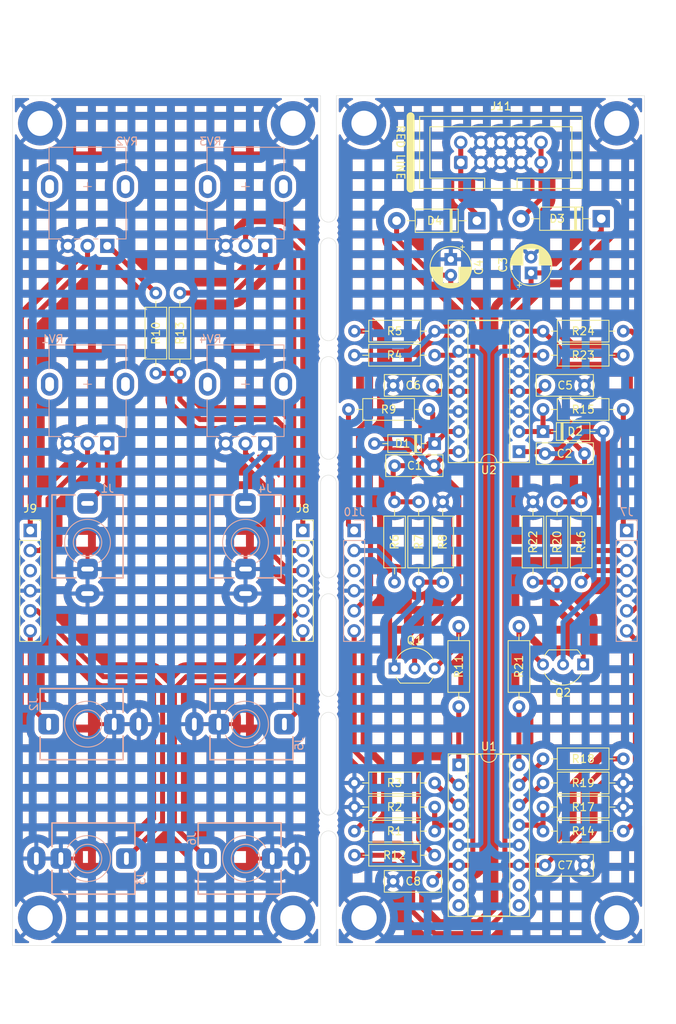
<source format=kicad_pcb>
(kicad_pcb (version 20221018) (generator pcbnew)
  (title_block (comment 2 "creativecommons.org/licenses/by/4.0") (comment 3 "License: CC BY 4.0") (comment 4 "Author: Guy John"))
  (layers (0 "F.Cu" signal) (31 "B.Cu" signal) (36 "B.SilkS" user "B.Silkscreen") (37 "F.SilkS" user "F.Silkscreen") (38 "B.Mask" user) (39 "F.Mask" user) (44 "Edge.Cuts" user))
  (net 0 "")
  (net 1 "Net-(D1-K)")
  (net 2 "Net-(D1-A)")
  (net 3 "Net-(D2-K)")
  (net 4 "Net-(D2-A)")
  (net 5 "VCC")
  (net 6 "GND")
  (net 7 "VEE")
  (net 8 "Net-(J1-Tip)")
  (net 9 "/AUDIO_INPUT_2_CTRL")
  (net 10 "/AUDIO_OUTPUT_2_CTRL")
  (net 11 "Net-(J4-Tip)")
  (net 12 "/AUDIO_INPUT_1_CTRL")
  (net 13 "/AUDIO_OUTPUT_1_CTRL")
  (net 14 "Net-(Q1-E)")
  (net 15 "Net-(Q1-C)")
  (net 16 "Net-(Q2-E)")
  (net 17 "Net-(Q2-C)")
  (net 18 "Net-(U1C--)")
  (net 19 "/AUDIO_INPUT_2_MAIN")
  (net 20 "Net-(U1C-+)")
  (net 21 "Net-(R4-Pad1)")
  (net 22 "Net-(U2C--)")
  (net 23 "/AUDIO_OUTPUT_2_MAIN")
  (net 24 "/GAIN_CV_2_MAIN")
  (net 25 "/GAIN_MANUAL_2_MAIN")
  (net 26 "Net-(R10-Pad2)")
  (net 27 "Net-(R11-Pad1)")
  (net 28 "Net-(U1C-DIODE_BIAS)")
  (net 29 "Net-(R13-Pad2)")
  (net 30 "Net-(U1A--)")
  (net 31 "/AUDIO_INPUT_1_MAIN")
  (net 32 "/GAIN_MANUAL_1_MAIN")
  (net 33 "/GAIN_CV_1_MAIN")
  (net 34 "Net-(U1A-DIODE_BIAS)")
  (net 35 "Net-(U1A-+)")
  (net 36 "Net-(R21-Pad1)")
  (net 37 "Net-(R23-Pad1)")
  (net 38 "/AUDIO_OUTPUT_1_MAIN")
  (net 39 "/GAIN_CV_2_CTRL")
  (net 40 "/GAIN_MANUAL_2_CTRL")
  (net 41 "/GAIN_MANUAL_1_CTRL")
  (net 42 "/GAIN_CV_1_CTRL")
  (net 47 "Net-(U2B--)")
  (net 48 "Net-(D4-K)")
  (net 49 "Net-(D3-A)")
  (footprint "Panelization:mouse-bite-2mm-slot" (layer "F.Cu") (at 110.5 99 90)
    (fp_text reference "mouse-bite-2mm-slot" hide)
    (fp_text value "VAL**" hide)
    (fp_arc (start -2 -1) (mid -1 0) (end -2 1) (stroke (width 0.05)) (layer "Edge.Cuts"))
    (fp_arc (start 2 1) (mid 1 0) (end 2 -1) (stroke (width 0.05)) (layer "Edge.Cuts"))
  )
  (footprint "Rumblesan_Standard_Parts:R_Axial_DIN0207_L6.3mm_D2.5mm_P10.16mm_Horizontal" (layer "F.Cu") (at 123.944 138.938 180)
    (fp_text reference "R3")
    (fp_text value "470r")
  )
  (footprint "Rumblesan_Standard_Parts:R_Axial_DIN0207_L6.3mm_D2.5mm_P10.16mm_Horizontal" (layer "F.Cu") (at 137.66 141.986)
    (fp_text reference "R17")
    (fp_text value "470r")
  )
  (footprint "Rumblesan_Standard_Parts:R_Axial_DIN0207_L6.3mm_D2.5mm_P10.16mm_Horizontal" (layer "F.Cu") (at 124.96 103.378 -90)
    (fp_text reference "R8")
    (fp_text value "100k")
  )
  (footprint "Rumblesan_Standard_Parts:R_Axial_DIN0207_L6.3mm_D2.5mm_P10.16mm_Horizontal" (layer "F.Cu") (at 91.694 87.122 90)
    (fp_text reference "R13")
    (fp_text value "470r")
  )
  (footprint "MountingHole:MountingHole_3.2mm_M3_DIN965_Pad" (layer "F.Cu") (at 115 156)
    (fp_text reference "H7" hide)
    (fp_text value "MountingHole_Pad" hide)
  )
  (footprint "MountingHole:MountingHole_3.2mm_M3_DIN965_Pad" (layer "F.Cu") (at 106 156)
    (fp_text reference "H6" hide)
    (fp_text value "MountingHole_Pad" hide)
  )
  (footprint "Rumblesan_Standard_Parts:R_Axial_DIN0207_L6.3mm_D2.5mm_P10.16mm_Horizontal" (layer "F.Cu") (at 113.792 148.082)
    (fp_text reference "R12")
    (fp_text value "10k")
  )
  (footprint "Rumblesan_Standard_Parts:R_Axial_DIN0207_L6.3mm_D2.5mm_P10.16mm_Horizontal" (layer "F.Cu") (at 147.82 135.89 180)
    (fp_text reference "R18")
    (fp_text value "10k")
  )
  (footprint "Rumblesan_Standard_Parts:DIP-14_W7.62mm_Socket" (layer "F.Cu") (at 134.612 97.028 180)
    (fp_text reference "U2")
    (fp_text value "TL074")
  )
  (footprint "Rumblesan_Standard_Parts:R_Axial_DIN0207_L6.3mm_D2.5mm_P10.16mm_Horizontal" (layer "F.Cu") (at 88.646 87.122 90)
    (fp_text reference "R10")
    (fp_text value "470r")
  )
  (footprint "MountingHole:MountingHole_3.2mm_M3_DIN965_Pad" (layer "F.Cu") (at 147 55.5)
    (fp_text reference "H1" hide)
    (fp_text value "MountingHole_Pad" hide)
  )
  (footprint "Rumblesan_Standard_Parts:C_Rect_L7.0mm_W2.5mm_P5.00mm" (layer "F.Cu") (at 137.914 88.646)
    (fp_text reference "C5")
    (fp_text value "100nF")
  )
  (footprint "MountingHole:MountingHole_3.2mm_M3_DIN965_Pad" (layer "F.Cu") (at 115 55.5)
    (fp_text reference "H3" hide)
    (fp_text value "MountingHole_Pad" hide)
  )
  (footprint "Diode_THT:D_DO-41_SOD81_P10.16mm_Horizontal" (layer "F.Cu") (at 129.286 67.818 180)
    (fp_text reference "D4")
    (fp_text value "1N5818")
  )
  (footprint "Panelization:mouse-bite-2mm-slot" (layer "F.Cu") (at 110.5 114 90)
    (fp_text reference "mouse-bite-2mm-slot" hide)
    (fp_text value "VAL**" hide)
    (fp_arc (start -2 -1) (mid -1 0) (end -2 1) (stroke (width 0.05)) (layer "Edge.Cuts"))
    (fp_arc (start 2 1) (mid 1 0) (end 2 -1) (stroke (width 0.05)) (layer "Edge.Cuts"))
  )
  (footprint "Rumblesan_Standard_Parts:R_Axial_DIN0207_L6.3mm_D2.5mm_P10.16mm_Horizontal" (layer "F.Cu") (at 123.944 145.034 180)
    (fp_text reference "R1")
    (fp_text value "100k")
  )
  (footprint "Rumblesan_Standard_Parts:C_Rect_L7.0mm_W2.5mm_P5.00mm" (layer "F.Cu") (at 118.69 88.646)
    (fp_text reference "C6")
    (fp_text value "100nF")
  )
  (footprint "Rumblesan_Standard_Parts:R_Axial_DIN0207_L6.3mm_D2.5mm_P10.16mm_Horizontal" (layer "F.Cu") (at 123.944 141.986 180)
    (fp_text reference "R2")
    (fp_text value "470r")
  )
  (footprint "Rumblesan_Standard_Parts:R_Axial_DIN0207_L6.3mm_D2.5mm_P10.16mm_Horizontal" (layer "F.Cu") (at 136.39 103.378 -90)
    (fp_text reference "R22")
    (fp_text value "100k")
  )
  (footprint "Package_TO_SOT_THT:TO-92_Inline_Wide" (layer "F.Cu") (at 118.864 124.46)
    (fp_text reference "Q1")
    (fp_text value "2N3906")
  )
  (footprint "MountingHole:MountingHole_3.2mm_M3_DIN965_Pad" (layer "F.Cu") (at 74 55.5)
    (fp_text reference "H4" hide)
    (fp_text value "MountingHole_Pad" hide)
  )
  (footprint "MountingHole:MountingHole_3.2mm_M3_DIN965_Pad" (layer "F.Cu") (at 147 156)
    (fp_text reference "H5" hide)
    (fp_text value "MountingHole_Pad" hide)
  )
  (footprint "Rumblesan_Standard_Parts:R_Axial_DIN0207_L6.3mm_D2.5mm_P10.16mm_Horizontal" (layer "F.Cu") (at 137.66 145.034)
    (fp_text reference "R14")
    (fp_text value "100k")
  )
  (footprint "Rumblesan_Standard_Parts:R_Axial_DIN0207_L6.3mm_D2.5mm_P10.16mm_Horizontal" (layer "F.Cu") (at 134.612 129.286 90)
    (fp_text reference "R21")
    (fp_text value "6k8")
  )
  (footprint "Rumblesan_Standard_Parts:R_Axial_DIN0207_L6.3mm_D2.5mm_P10.16mm_Horizontal" (layer "F.Cu") (at 126.992 129.286 90)
    (fp_text reference "R11")
    (fp_text value "6k8")
  )
  (footprint "Rumblesan_Standard_Parts:DIP-16_W7.62mm_Socket" (layer "F.Cu") (at 126.992 136.652)
    (fp_text reference "U1")
    (fp_text value "LM13700")
  )
  (footprint "Rumblesan_Standard_Parts:R_Axial_DIN0207_L6.3mm_D2.5mm_P10.16mm_Horizontal" (layer "F.Cu") (at 118.864 103.378 -90)
    (fp_text reference "R6")
    (fp_text value "100k")
  )
  (footprint "Panelization:mouse-bite-2mm-slot" (layer "F.Cu") (at 110.5 69 90)
    (fp_text reference "mouse-bite-2mm-slot" hide)
    (fp_text value "VAL**" hide)
    (fp_arc (start -2 -1) (mid -1 0) (end -2 1) (stroke (width 0.05)) (layer "Edge.Cuts"))
    (fp_arc (start 2 1) (mid 1 0) (end 2 -1) (stroke (width 0.05)) (layer "Edge.Cuts"))
  )
  (footprint "Rumblesan_Standard_Parts:C_Rect_L7.0mm_W2.5mm_P5.00mm" (layer "F.Cu") (at 118.69 151.384)
    (fp_text reference "C8")
    (fp_text value "100nF")
  )
  (footprint "MountingHole:MountingHole_3.2mm_M3_DIN965_Pad" (layer "F.Cu") (at 106 55.5)
    (fp_text reference "H2" hide)
    (fp_text value "MountingHole_Pad" hide)
  )
  (footprint "Rumblesan_Standard_Parts:R_Axial_DIN0207_L6.3mm_D2.5mm_P10.16mm_Horizontal" (layer "F.Cu") (at 139.438 113.538 90)
    (fp_text reference "R20")
    (fp_text value "100k")
  )
  (footprint "Package_TO_SOT_THT:TO-92_Inline_Wide" (layer "F.Cu") (at 142.74 123.952 180)
    (fp_text reference "Q2")
    (fp_text value "2N3906")
  )
  (footprint "Connector_PinSocket_2.54mm:PinSocket_1x06_P2.54mm_Vertical" (layer "F.Cu") (at 72.75 107)
    (fp_text reference "J9")
    (fp_text value "Conn_01x06_Socket" hide)
  )
  (footprint "Rumblesan_Standard_Parts:R_Axial_DIN0207_L6.3mm_D2.5mm_P10.16mm_Horizontal" (layer "F.Cu") (at 123.19 91.694 180)
    (fp_text reference "R9")
    (fp_text value "100k")
  )
  (footprint "Rumblesan_Standard_Parts:CP_Radial_D5.0mm_P2.00mm" (layer "F.Cu") (at 136.144 74.422 90)
    (fp_text reference "C3")
    (fp_text value "10uF")
  )
  (footprint "Rumblesan_Standard_Parts:R_Axial_DIN0207_L6.3mm_D2.5mm_P10.16mm_Horizontal" (layer "F.Cu") (at 137.66 91.694)
    (fp_text reference "R15")
    (fp_text value "100k")
  )
  (footprint "Rumblesan_Standard_Parts:R_Axial_DIN0207_L6.3mm_D2.5mm_P10.16mm_Horizontal" (layer "F.Cu") (at 121.912 113.538 90)
    (fp_text reference "R7")
    (fp_text value "100k")
  )
  (footprint "Rumblesan_Standard_Parts:R_Axial_DIN0207_L6.3mm_D2.5mm_P10.16mm_Horizontal" (layer "F.Cu") (at 113.792 81.788)
    (fp_text reference "R5")
    (fp_text value "1k")
  )
  (footprint "Eurorack_Power:Eurorack_PowerHeader_2x05_P2.54mm_Shrouded" (layer "F.Cu") (at 127.246 60.452 90)
    (fp_text reference "J11")
    (fp_text value "Eurorack Power Small")
  )
  (footprint "Diode_THT:D_DO-35_SOD27_P7.62mm_Horizontal" (layer "F.Cu") (at 123.944 96.012 180)
    (fp_text reference "D1")
    (fp_text value "1N4148")
  )
  (footprint "Rumblesan_Standard_Parts:R_Axial_DIN0207_L6.3mm_D2.5mm_P10.16mm_Horizontal" (layer "F.Cu") (at 147.82 84.836 180)
    (fp_text reference "R23")
    (fp_text value "18k")
  )
  (footprint "Panelization:mouse-bite-2mm-slot" (layer "F.Cu") (at 110.5 144 90)
    (fp_text reference "mouse-bite-2mm-slot" hide)
    (fp_text value "VAL**" hide)
    (fp_arc (start -2 -1) (mid -1 0) (end -2 1) (stroke (width 0.05)) (layer "Edge.Cuts"))
    (fp_arc (start 2 1) (mid 1 0) (end 2 -1) (stroke (width 0.05)) (layer "Edge.Cuts"))
  )
  (footprint "Rumblesan_Standard_Parts:C_Rect_L7.0mm_W2.5mm_P5.00mm" (layer "F.Cu") (at 118.872 98.806)
    (fp_text reference "C1")
    (fp_text value "1nF")
  )
  (footprint "MountingHole:MountingHole_3.2mm_M3_DIN965_Pad" (layer "F.Cu") (at 74 156)
    (fp_text reference "H8" hide)
    (fp_text value "MountingHole_Pad" hide)
  )
  (footprint "Diode_THT:D_DO-35_SOD27_P7.62mm_Horizontal" (layer "F.Cu") (at 137.66 94.488)
    (fp_text reference "D2")
    (fp_text value "1N4148")
  )
  (footprint "Panelization:mouse-bite-2mm-slot" (layer "F.Cu") (at 110.5 129 90)
    (fp_text reference "mouse-bite-2mm-slot" hide)
    (fp_text value "VAL**" hide)
    (fp_arc (start -2 -1) (mid -1 0) (end -2 1) (stroke (width 0.05)) (layer "Edge.Cuts"))
    (fp_arc (start 2 1) (mid 1 0) (end 2 -1) (stroke (width 0.05)) (layer "Edge.Cuts"))
  )
  (footprint "Rumblesan_Standard_Parts:C_Rect_L7.0mm_W2.5mm_P5.00mm" (layer "F.Cu") (at 142.914 97.282 180)
    (fp_text reference "C2")
    (fp_text value "1nF")
  )
  (footprint "Rumblesan_Standard_Parts:R_Axial_DIN0207_L6.3mm_D2.5mm_P10.16mm_Horizontal" (layer "F.Cu") (at 137.66 138.938)
    (fp_text reference "R19")
    (fp_text value "470r")
  )
  (footprint "Connector_PinSocket_2.54mm:PinSocket_1x06_P2.54mm_Vertical" (layer "F.Cu") (at 107.25 107)
    (fp_text reference "J8")
    (fp_text value "Conn_01x06_Socket" hide)
  )
  (footprint "Panelization:mouse-bite-2mm-slot" (layer "F.Cu") (at 110.5 84 90)
    (fp_text reference "mouse-bite-2mm-slot" hide)
    (fp_text value "VAL**" hide)
    (fp_arc (start -2 -1) (mid -1 0) (end -2 1) (stroke (width 0.05)) (layer "Edge.Cuts"))
    (fp_arc (start 2 1) (mid 1 0) (end 2 -1) (stroke (width 0.05)) (layer "Edge.Cuts"))
  )
  (footprint "Rumblesan_Standard_Parts:C_Rect_L7.0mm_W2.5mm_P5.00mm" (layer "F.Cu") (at 137.914 149.352)
    (fp_text reference "C7")
    (fp_text value "100nF")
  )
  (footprint "Rumblesan_Standard_Parts:CP_Radial_D5.0mm_P2.00mm" (layer "F.Cu") (at 125.984 72.704888 -90)
    (fp_text reference "C4")
    (fp_text value "10uF")
  )
  (footprint "Diode_THT:D_DO-41_SOD81_P10.16mm_Horizontal" (layer "F.Cu") (at 145.034 67.564 180)
    (fp_text reference "D3")
    (fp_text value "1N5818")
  )
  (footprint "Rumblesan_Standard_Parts:R_Axial_DIN0207_L6.3mm_D2.5mm_P10.16mm_Horizontal" (layer "F.Cu") (at 147.82 81.788 180)
    (fp_text reference "R24")
    (fp_text value "1k")
  )
  (footprint "Rumblesan_Standard_Parts:R_Axial_DIN0207_L6.3mm_D2.5mm_P10.16mm_Horizontal" (layer "F.Cu") (at 142.486 103.378 -90)
    (fp_text reference "R16")
    (fp_text value "100k")
  )
  (footprint "Rumblesan_Standard_Parts:R_Axial_DIN0207_L6.3mm_D2.5mm_P10.16mm_Horizontal" (layer "F.Cu") (at 113.784 84.836)
    (fp_text reference "R4")
    (fp_text value "18k")
  )
  (footprint "Rumblesan_Standard_Parts:Jack_3.5mm_QingPu_WQP-PJ398SM_Vertical" (layer "B.Cu") (at 80 108.5 180)
    (fp_text reference "J1")
    (fp_text value "Eurorack Mono Jack" hide)
  )
  (footprint "Rumblesan_Standard_Parts:Potentiometer_Alpha_RD901F-40-00D_Single_Vertical" (layer "B.Cu") (at 100 63.5 180)
    (fp_text reference "RV3")
    (fp_text value "100k" hide)
  )
  (footprint "Rumblesan_Standard_Parts:Potentiometer_Alpha_RD901F-40-00D_Single_Vertical" (layer "B.Cu") (at 80 88.5 180)
    (fp_text reference "RV1")
    (fp_text value "100k" hide)
  )
  (footprint "Rumblesan_Standard_Parts:Potentiometer_Alpha_RD901F-40-00D_Single_Vertical" (layer "B.Cu") (at 100 88.5 180)
    (fp_text reference "RV4")
    (fp_text value "100k" hide)
  )
  (footprint "Rumblesan_Standard_Parts:Jack_3.5mm_QingPu_WQP-PJ398SM_Vertical" (layer "B.Cu") (at 100 108.5 180)
    (fp_text reference "J4")
    (fp_text value "Eurorack Mono Jack" hide)
  )
  (footprint "Rumblesan_Standard_Parts:Jack_3.5mm_QingPu_WQP-PJ398SM_Vertical" (layer "B.Cu") (at 80 131.5 -90)
    (fp_text reference "J2")
    (fp_text value "Eurorack Mono Jack" hide)
  )
  (footprint "Rumblesan_Standard_Parts:Potentiometer_Alpha_RD901F-40-00D_Single_Vertical" (layer "B.Cu") (at 80 63.5 180)
    (fp_text reference "RV2")
    (fp_text value "100k" hide)
  )
  (footprint "Connector_PinHeader_2.54mm:PinHeader_1x06_P2.54mm_Vertical" (layer "B.Cu") (at 148.25 107 180)
    (fp_text reference "J7")
    (fp_text value "Conn_01x06_Pin")
  )
  (footprint "Connector_PinHeader_2.54mm:PinHeader_1x06_P2.54mm_Vertical" (layer "B.Cu") (at 113.75 107 180)
    (fp_text reference "J10")
    (fp_text value "Conn_01x06_Pin" hide)
  )
  (footprint "Rumblesan_Standard_Parts:Jack_3.5mm_QingPu_WQP-PJ398SM_Vertical" (layer "B.Cu") (at 100 148.5 -90)
    (fp_text reference "J6")
    (fp_text value "Eurorack Mono Jack" hide)
  )
  (footprint "Rumblesan_Standard_Parts:Jack_3.5mm_QingPu_WQP-PJ398SM_Vertical" (layer "B.Cu") (at 80 148.5 90)
    (fp_text reference "J3")
    (fp_text value "Eurorack Mono Jack" hide)
  )
  (footprint "Rumblesan_Standard_Parts:Jack_3.5mm_QingPu_WQP-PJ398SM_Vertical" (layer "B.Cu") (at 100 131.5 90)
    (fp_text reference "J5")
    (fp_text value "Eurorack Mono Jack" hide)
  )
  (gr_line (start 109.5 116) (end 109.5 127) (stroke (width 0.05)) (layer "Edge.Cuts"))
  (gr_line (start 70.5 159.5) (end 109.5 159.5) (stroke (width 0.05)) (layer "Edge.Cuts"))
  (gr_line (start 109.5 52) (end 70.5 52) (stroke (width 0.05)) (layer "Edge.Cuts"))
  (gr_line (start 111.5 142) (end 111.5 131) (stroke (width 0.05)) (layer "Edge.Cuts"))
  (gr_line (start 150.5 52) (end 111.5 52) (stroke (width 0.05)) (layer "Edge.Cuts"))
  (gr_line (start 111.5 127) (end 111.5 116) (stroke (width 0.05)) (layer "Edge.Cuts"))
  (gr_line (start 111.5 146) (end 111.5 159.5) (stroke (width 0.05)) (layer "Edge.Cuts"))
  (gr_line (start 109.5 52) (end 109.5 67) (stroke (width 0.05)) (layer "Edge.Cuts"))
  (gr_line (start 111.5 159.5) (end 150.5 159.5) (stroke (width 0.05)) (layer "Edge.Cuts"))
  (gr_line (start 150.5 52) (end 150.5 159.5) (stroke (width 0.05)) (layer "Edge.Cuts"))
  (gr_line (start 109.5 101) (end 109.5 112) (stroke (width 0.05)) (layer "Edge.Cuts"))
  (gr_line (start 109.5 86) (end 109.5 97) (stroke (width 0.05)) (layer "Edge.Cuts"))
  (gr_line (start 111.5 112) (end 111.5 101) (stroke (width 0.05)) (layer "Edge.Cuts"))
  (gr_line (start 109.5 146) (end 109.5 159.5) (stroke (width 0.05)) (layer "Edge.Cuts"))
  (gr_line (start 111.5 97) (end 111.5 86) (stroke (width 0.05)) (layer "Edge.Cuts"))
  (gr_line (start 111.5 67) (end 111.5 52) (stroke (width 0.05)) (layer "Edge.Cuts"))
  (gr_line (start 109.5 71) (end 109.5 82) (stroke (width 0.05)) (layer "Edge.Cuts"))
  (gr_line (start 70.5 52) (end 70.5 159.5) (stroke (width 0.05)) (layer "Edge.Cuts"))
  (gr_line (start 109.5 131) (end 109.5 142) (stroke (width 0.05)) (layer "Edge.Cuts"))
  (gr_line (start 111.5 71) (end 111.5 82) (stroke (width 0.05)) (layer "Edge.Cuts"))
  (segment (start 118.872 98.806) (end 118.69 98.988) (width 0.635) (layer "F.Cu") (net 1))
  (segment (start 123.19 96.012) (end 120.396 98.806) (width 0.635) (layer "F.Cu") (net 1))
  (segment (start 125.468 94.488) (end 126.992 94.488) (width 0.635) (layer "F.Cu") (net 1))
  (segment (start 123.944 96.012) (end 123.19 96.012) (width 0.635) (layer "F.Cu") (net 1))
  (segment (start 123.698 92.202) (end 123.698 95.766) (width 0.635) (layer "F.Cu") (net 1))
  (segment (start 120.396 98.806) (end 118.872 98.806) (width 0.635) (layer "F.Cu") (net 1))
  (segment (start 118.69 98.988) (end 118.69 103.204) (width 0.635) (layer "F.Cu") (net 1))
  (segment (start 123.698 95.766) (end 123.944 96.012) (width 0.635) (layer "F.Cu") (net 1))
  (segment (start 118.864 103.378) (end 121.912 103.378) (width 0.635) (layer "F.Cu") (net 1))
  (segment (start 123.19 91.694) (end 123.698 92.202) (width 0.635) (layer "F.Cu") (net 1))
  (segment (start 123.944 96.012) (end 125.468 94.488) (width 0.635) (layer "F.Cu") (net 1))
  (segment (start 118.69 103.204) (end 118.864 103.378) (width 0.635) (layer "F.Cu") (net 1))
  (segment (start 127 101.934) (end 127 115.57) (width 0.635) (layer "F.Cu") (net 2))
  (segment (start 125.65 97.028) (end 123.872 98.806) (width 0.635) (layer "F.Cu") (net 2))
  (segment (start 127 115.57) (end 121.404 121.166) (width 0.635) (layer "F.Cu") (net 2))
  (segment (start 123.872 98.806) (end 127 101.934) (width 0.635) (layer "F.Cu") (net 2))
  (segment (start 121.404 121.166) (end 121.404 124.46) (width 0.635) (layer "F.Cu") (net 2))
  (segment (start 126.992 97.028) (end 125.65 97.028) (width 0.635) (layer "F.Cu") (net 2))
  (segment (start 123.436 98.806) (end 123.872 98.806) (width 0.635) (layer "B.Cu") (net 2))
  (segment (start 120.642 96.012) (end 123.436 98.806) (width 0.635) (layer "B.Cu") (net 2))
  (segment (start 116.324 96.012) (end 120.642 96.012) (width 0.635) (layer "B.Cu") (net 2))
  (segment (start 134.612 94.488) (end 137.66 94.488) (width 0.635) (layer "F.Cu") (net 3))
  (segment (start 140.12 94.488) (end 142.914 97.282) (width 0.635) (layer "F.Cu") (net 3))
  (segment (start 142.486 103.378) (end 139.438 103.378) (width 0.635) (layer "F.Cu") (net 3))
  (segment (start 137.66 91.694) (end 137.66 94.488) (width 0.635) (layer "F.Cu") (net 3))
  (segment (start 142.914 102.95) (end 142.486 103.378) (width 0.635) (layer "F.Cu") (net 3))
  (segment (start 137.66 94.488) (end 140.12 94.488) (width 0.635) (layer "F.Cu") (net 3))
  (segment (start 142.914 97.282) (end 142.914 102.95) (width 0.635) (layer "F.Cu") (net 3))
  (segment (start 134.612 97.028) (end 137.66 97.028) (width 0.635) (layer "F.Cu") (net 4))
  (segment (start 137.66 97.028) (end 137.914 97.282) (width 0.635) (layer "F.Cu") (net 4))
  (segment (start 139.946 97.282) (end 137.914 97.282) (width 0.635) (layer "B.Cu") (net 4))
  (segment (start 145.28 94.488) (end 142.74 94.488) (width 0.635) (layer "B.Cu") (net 4))
  (segment (start 145.28 94.488) (end 145.28 113.538) (width 0.635) (layer "B.Cu") (net 4))
  (segment (start 145.28 113.538) (end 140.2 118.618) (width 0.635) (layer "B.Cu") (net 4))
  (segment (start 140.2 118.618) (end 140.2 123.952) (width 0.635) (layer "B.Cu") (net 4))
  (segment (start 142.74 94.488) (end 139.946 97.282) (width 0.635) (layer "B.Cu") (net 4))
  (segment (start 132.834 79.248) (end 136.144 75.938) (width 0.635) (layer "F.Cu") (net 5))
  (segment (start 121.158 155.194) (end 123.952 157.988) (width 0.635) (layer "F.Cu") (net 5))
  (segment (start 142.74 139.7) (end 146.55 135.89) (width 0.635) (layer "F.Cu") (net 5))
  (segment (start 137.152 89.408) (end 137.914 88.646) (width 0.635) (layer "F.Cu") (net 5))
  (segment (start 105.73 109.54) (end 105.156 108.966) (width 0.635) (layer "F.Cu") (net 5))
  (segment (start 119.38 148.082) (end 121.158 149.86) (width 0.635) (layer "F.Cu") (net 5))
  (segment (start 132.834 89.408) (end 134.612 89.408) (width 0.635) (layer "F.Cu") (net 5))
  (segment (start 146.55 135.89) (end 147.82 135.89) (width 0.635) (layer "F.Cu") (net 5))
  (segment (start 142.74 144.526) (end 142.74 139.7) (width 0.635) (layer "F.Cu") (net 5))
  (segment (start 132.834 149.352) (end 134.612 149.352) (width 0.635) (layer "F.Cu") (net 5))
  (segment (start 107.25 109.54) (end 105.73 109.54) (width 0.635) (layer "F.Cu") (net 5))
  (segment (start 132.834 88.9) (end 132.834 89.408) (width 0.635) (layer "F.Cu") (net 5))
  (segment (start 145.034 69.088) (end 139.7 74.422) (width 0.635) (layer "F.Cu") (net 5))
  (segment (start 88.646 87.122) (end 91.694 87.122) (width 0.635) (layer "F.Cu") (net 5))
  (segment (start 105.156 94.234) (end 103.886 92.964) (width 0.635) (layer "F.Cu") (net 5))
  (segment (start 113.792 148.082) (end 119.38 148.082) (width 0.635) (layer "F.Cu") (net 5))
  (segment (start 132.834 88.9) (end 132.834 109.474) (width 0.635) (layer "F.Cu") (net 5))
  (segment (start 134.612 149.352) (end 137.914 149.352) (width 0.635) (layer "F.Cu") (net 5))
  (segment (start 103.886 92.964) (end 94.234 92.964) (width 0.635) (layer "F.Cu") (net 5))
  (segment (start 105.156 108.966) (end 105.156 94.234) (width 0.635) (layer "F.Cu") (net 5))
  (segment (start 132.834 109.474) (end 132.834 149.352) (width 0.635) (layer "F.Cu") (net 5))
  (segment (start 94.234 92.964) (end 91.694 90.424) (width 0.635) (layer "F.Cu") (net 5))
  (segment (start 148.25 109.54) (end 132.9 109.54) (width 0.635) (layer "F.Cu") (net 5))
  (segment (start 121.158 149.86) (end 121.158 155.194) (width 0.635) (layer "F.Cu") (net 5))
  (segment (start 132.834 79.248) (end 132.834 88.9) (width 0.635) (layer "F.Cu") (net 5))
  (segment (start 132.9 109.54) (end 132.834 109.474) (width 0.635) (layer "F.Cu") (net 5))
  (segment (start 91.694 90.424) (end 91.694 87.122) (width 0.635) (layer "F.Cu") (net 5))
  (segment (start 132.834 155.202) (end 132.834 149.352) (width 0.635) (layer "F.Cu") (net 5))
  (segment (start 137.914 149.352) (end 142.74 144.526) (width 0.635) (layer "F.Cu") (net 5))
  (segment (start 139.7 74.422) (end 136.144 74.422) (width 0.635) (layer "F.Cu") (net 5))
  (segment (start 145.034 67.564) (end 145.034 69.088) (width 0.635) (layer "F.Cu") (net 5))
  (segment (start 134.612 89.408) (end 137.152 89.408) (width 0.635) (layer "F.Cu") (net 5))
  (segment (start 136.144 75.938) (end 136.144 74.422) (width 0.635) (layer "F.Cu") (net 5))
  (segment (start 123.952 157.988) (end 130.048 157.988) (width 0.635) (layer "F.Cu") (net 5))
  (segment (start 130.048 157.988) (end 132.834 155.202) (width 0.635) (layer "F.Cu") (net 5))
  (segment (start 128.77 88.646) (end 128.77 149.098) (width 0.635) (layer "F.Cu") (net 7))
  (segment (start 128.77 88.646) (end 128.77 89.408) (width 0.635) (layer "F.Cu") (net 7))
  (segment (start 128.77 79.248) (end 128.77 88.646) (width 0.635) (layer "F.Cu") (net 7))
  (segment (start 128.516 149.352) (end 126.992 149.352) (width 0.635) (layer "F.Cu") (net 7))
  (segment (start 126.992 149.352) (end 125.722 149.352) (width 0.635) (layer "F.Cu") (net 7))
  (segment (start 126.992 89.408) (end 124.452 89.408) (width 0.635) (layer "F.Cu") (net 7))
  (segment (start 125.722 149.352) (end 123.69 151.384) (width 0.635) (layer "F.Cu") (net 7))
  (segment (start 124.452 89.408) (end 123.69 88.646) (width 0.635) (layer "F.Cu") (net 7))
  (segment (start 119.126 70.104) (end 123.726888 74.704888) (width 0.635) (layer "F.Cu") (net 7))
  (segment (start 125.984 76.462) (end 128.77 79.248) (width 0.635) (layer "F.Cu") (net 7))
  (segment (start 119.126 67.818) (end 119.126 70.104) (width 0.635) (layer "F.Cu") (net 7))
  (segment (start 128.77 89.408) (end 126.992 89.408) (width 0.635) (layer "F.Cu") (net 7))
  (segment (start 125.984 74.704888) (end 125.984 76.462) (width 0.635) (layer "F.Cu") (net 7))
  (segment (start 128.77 149.098) (end 128.516 149.352) (width 0.635) (layer "F.Cu") (net 7))
  (segment (start 123.726888 74.704888) (end 125.984 74.704888) (width 0.635) (layer "F.Cu") (net 7))
  (segment (start 82.5 101.08) (end 82.5 96) (width 0.635) (layer "F.Cu") (net 8))
  (segment (start 80 103.58) (end 82.5 101.08) (width 0.635) (layer "F.Cu") (net 8))
  (segment (start 72.75 119.7) (end 72.75 129.17) (width 0.635) (layer "F.Cu") (net 9))
  (segment (start 72.75 129.17) (end 75.08 131.5) (width 0.635) (layer "F.Cu") (net 9))
  (segment (start 89.5 127) (end 89.5 143.92) (width 0.635) (layer "F.Cu") (net 10))
  (segment (start 89.5 143.92) (end 84.92 148.5) (width 0.635) (layer "F.Cu") (net 10))
  (segment (start 72.75 117.16) (end 73.66 117.16) (width 0.635) (layer "F.Cu") (net 10))
  (segment (start 88 125.5) (end 89.5 127) (width 0.635) (layer "F.Cu") (net 10))
  (segment (start 82 125.5) (end 88 125.5) (width 0.635) (layer "F.Cu") (net 10))
  (segment (start 73.66 117.16) (end 82 125.5) (width 0.635) (layer "F.Cu") (net 10))
  (segment (start 100 99.644) (end 102.5 97.144) (width 0.635) (layer "B.Cu") (net 11))
  (segment (start 100 103.58) (end 100 99.644) (width 0.635) (layer "B.Cu") (net 11))
  (segment (start 102.5 97.144) (end 102.5 96) (width 0.635) (layer "B.Cu") (net 11))
  (segment (start 107.25 119.7) (end 107.25 129.17) (width 0.635) (layer "F.Cu") (net 12))
  (segment (start 107.25 129.17) (end 104.92 131.5) (width 0.635) (layer "F.Cu") (net 12))
  (segment (start 92.5 125.5) (end 91 127) (width 0.635) (layer "F.Cu") (net 13))
  (segment (start 91 144.42) (end 95.08 148.5) (width 0.635) (layer "F.Cu") (net 13))
  (segment (start 106.84 117.16) (end 98.5 125.5) (width 0.635) (layer "F.Cu") (net 13))
  (segment (start 91 127) (end 91 144.42) (width 0.635) (layer "F.Cu") (net 13))
  (segment (start 98.5 125.5) (end 92.5 125.5) (width 0.635) (layer "F.Cu") (net 13))
  (segment (start 107.25 117.16) (end 106.84 117.16) (width 0.635) (layer "F.Cu") (net 13))
  (segment (start 121.912 113.538) (end 124.96 113.538) (width 0.635) (layer "F.Cu") (net 14))
  (segment (start 121.912 115.824) (end 118.864 118.872) (width 0.635) (layer "B.Cu") (net 14))
  (segment (start 121.912 113.538) (end 121.912 115.824) (width 0.635) (layer "B.Cu") (net 14))
  (segment (start 118.864 118.872) (end 118.864 124.46) (width 0.635) (layer "B.Cu") (net 14))
  (segment (start 126.992 121.412) (end 123.944 124.46) (width 0.635) (layer "F.Cu") (net 15))
  (segment (start 126.992 119.126) (end 126.992 121.412) (width 0.635) (layer "F.Cu") (net 15))
  (segment (start 139.438 113.538) (end 139.438 115.054) (width 0.635) (layer "F.Cu") (net 16))
  (segment (start 142.74 118.356) (end 142.74 123.952) (width 0.635) (layer "F.Cu") (net 16))
  (segment (start 136.39 113.538) (end 139.438 113.538) (width 0.635) (layer "F.Cu") (net 16))
  (segment (start 139.438 115.054) (end 142.74 118.356) (width 0.635) (layer "F.Cu") (net 16))
  (segment (start 134.612 120.904) (end 137.66 123.952) (width 0.635) (layer "F.Cu") (net 17))
  (segment (start 134.612 119.126) (end 134.612 120.904) (width 0.635) (layer "F.Cu") (net 17))
  (segment (start 123.944 141.986) (end 123.944 143.764) (width 0.635) (layer "F.Cu") (net 18))
  (segment (start 126.992 144.272) (end 124.706 144.272) (width 0.635) (layer "F.Cu") (net 18))
  (segment (start 124.706 144.272) (end 124.579 144.399) (width 0.635) (layer "F.Cu") (net 18))
  (segment (start 123.944 143.764) (end 124.579 144.399) (width 0.635) (layer "F.Cu") (net 18))
  (segment (start 123.944 141.986) (end 123.944 145.034) (width 0.635) (layer "F.Cu") (net 18))
  (segment (start 124.579 144.399) (end 123.944 145.034) (width 0.635) (layer "F.Cu") (net 18))
  (segment (start 113.75 134.832) (end 113.75 119.7) (width 0.635) (layer "F.Cu") (net 19))
  (segment (start 113.784 145.034) (end 116.332 142.486) (width 0.635) (layer "F.Cu") (net 19))
  (segment (start 116.332 137.414) (end 113.75 134.832) (width 0.635) (layer "F.Cu") (net 19))
  (segment (start 116.332 142.486) (end 116.332 137.414) (width 0.635) (layer "F.Cu") (net 19))
  (segment (start 126.738 141.732) (end 126.992 141.732) (width 0.635) (layer "F.Cu") (net 20))
  (segment (start 123.944 138.938) (end 126.738 141.732) (width 0.635) (layer "F.Cu") (net 20))
  (segment (start 126.992 81.788) (end 123.944 81.788) (width 0.635) (layer "B.Cu") (net 21))
  (segment (start 113.784 84.836) (end 120.896 84.836) (width 0.635) (layer "B.Cu") (net 21))
  (segment (start 120.896 84.836) (end 123.944 81.788) (width 0.635) (layer "B.Cu") (net 21))
  (segment (start 123.944 84.836) (end 126.484 84.836) (width 0.635) (layer "F.Cu") (net 22))
  (segment (start 126.484 84.836) (end 126.992 84.328) (width 0.635) (layer "F.Cu") (net 22))
  (segment (start 129.786 146.558) (end 129.786 84.836) (width 0.635) (layer "B.Cu") (net 22))
  (segment (start 126.992 146.812) (end 129.532 146.812) (width 0.635) (layer "B.Cu") (net 22))
  (segment (start 129.532 146.812) (end 129.786 146.558) (width 0.635) (layer "B.Cu") (net 22))
  (segment (start 129.786 84.836) (end 129.278 84.328) (width 0.635) (layer "B.Cu") (net 22))
  (segment (start 129.278 84.328) (end 126.992 84.328) (width 0.635) (layer "B.Cu") (net 22))
  (segment (start 114.3 94.234) (end 114.3 103.886) (width 0.635) (layer "F.Cu") (net 23))
  (segment (start 114.3 103.886) (end 115.824 105.41) (width 0.635) (layer "F.Cu") (net 23))
  (segment (start 113.792 81.788) (end 115.316 81.788) (width 0.635) (layer "F.Cu") (net 23))
  (segment (start 115.824 82.296) (end 115.824 92.71) (width 0.635) (layer "F.Cu") (net 23))
  (segment (start 115.824 105.41) (end 115.824 115.086) (width 0.635) (layer "F.Cu") (net 23))
  (segment (start 115.824 92.71) (end 114.3 94.234) (width 0.635) (layer "F.Cu") (net 23))
  (segment (start 115.316 81.788) (end 115.824 82.296) (width 0.635) (layer "F.Cu") (net 23))
  (segment (start 115.824 115.086) (end 113.75 117.16) (width 0.635) (layer "F.Cu") (net 23))
  (segment (start 118.864 111.752) (end 118.864 113.538) (width 0.635) (layer "B.Cu") (net 24))
  (segment (start 113.75 109.54) (end 116.652 109.54) (width 0.635) (layer "B.Cu") (net 24))
  (segment (start 116.652 109.54) (end 118.864 111.752) (width 0.635) (layer "B.Cu") (net 24))
  (segment (start 113.03 91.694) (end 113.03 106.28) (width 0.635) (layer "F.Cu") (net 25))
  (segment (start 113.03 106.28) (end 113.75 107) (width 0.635) (layer "F.Cu") (net 25))
  (segment (start 82.684 71) (end 88.646 76.962) (width 0.635) (layer "F.Cu") (net 26))
  (segment (start 82.5 71) (end 82.684 71) (width 0.635) (layer "F.Cu") (net 26))
  (segment (start 126.992 136.652) (end 126.992 129.286) (width 0.635) (layer "F.Cu") (net 27))
  (segment (start 121.92 137.414) (end 121.92 146.05) (width 0.635) (layer "F.Cu") (net 28))
  (segment (start 122.428 136.906) (end 121.92 137.414) (width 0.635) (layer "F.Cu") (net 28))
  (segment (start 121.92 146.05) (end 123.952 148.082) (width 0.635) (layer "F.Cu") (net 28))
  (segment (start 126.992 139.192) (end 126.746 139.192) (width 0.635) (layer "F.Cu") (net 28))
  (segment (start 126.746 139.192) (end 124.46 136.906) (width 0.635) (layer "F.Cu") (net 28))
  (segment (start 124.46 136.906) (end 122.428 136.906) (width 0.635) (layer "F.Cu") (net 28))
  (segment (start 98.552 76.962) (end 102.5 73.014) (width 0.635) (layer "F.Cu") (net 29))
  (segment (start 102.5 73.014) (end 102.5 71) (width 0.635) (layer "F.Cu") (net 29))
  (segment (start 91.694 76.962) (end 98.552 76.962) (width 0.635) (layer "F.Cu") (net 29))
  (segment (start 136.898 144.272) (end 137.66 145.034) (width 0.635) (layer "F.Cu") (net 30))
  (segment (start 137.66 144.018) (end 137.66 145.034) (width 0.635) (layer "F.Cu") (net 30))
  (segment (start 137.66 141.986) (end 137.66 144.018) (width 0.635) (layer "F.Cu") (net 30))
  (segment (start 134.612 144.272) (end 137.406 144.272) (width 0.635) (layer "F.Cu") (net 30))
  (segment (start 134.612 144.272) (end 136.898 144.272) (width 0.635) (layer "F.Cu") (net 30))
  (segment (start 137.406 144.272) (end 137.66 144.018) (width 0.635) (layer "F.Cu") (net 30))
  (segment (start 149.352 120.802) (end 148.25 119.7) (width 0.635) (layer "F.Cu") (net 31))
  (segment (start 148.082 145.034) (end 149.352 143.764) (width 0.635) (layer "F.Cu") (net 31))
  (segment (start 149.352 143.764) (end 149.352 120.802) (width 0.635) (layer "F.Cu") (net 31))
  (segment (start 147.82 145.034) (end 148.082 145.034) (width 0.635) (layer "F.Cu") (net 31))
  (segment (start 147.82 106.57) (end 148.25 107) (width 0.635) (layer "F.Cu") (net 32))
  (segment (start 147.82 91.694) (end 147.82 106.57) (width 0.635) (layer "F.Cu") (net 32))
  (segment (start 143.944 112.08) (end 142.486 113.538) (width 0.635) (layer "F.Cu") (net 33))
  (segment (start 148.25 112.08) (end 143.944 112.08) (width 0.635) (layer "F.Cu") (net 33))
  (segment (start 137.66 136.144) (end 134.612 139.192) (width 0.635) (layer "F.Cu") (net 34))
  (segment (start 137.66 135.89) (end 137.66 136.144) (width 0.635) (layer "F.Cu") (net 34))
  (segment (start 134.866 141.732) (end 134.612 141.732) (width 0.635) (layer "F.Cu") (net 35))
  (segment (start 137.66 138.938) (end 134.866 141.732) (width 0.635) (layer "F.Cu") (net 35))
  (segment (start 134.612 129.286) (end 134.612 136.652) (width 0.635) (layer "F.Cu") (net 36))
  (segment (start 147.82 84.836) (end 140.708 84.836) (width 0.635) (layer "F.Cu") (net 37))
  (segment (start 140.708 84.836) (end 137.66 81.788) (width 0.635) (layer "F.Cu") (net 37))
  (segment (start 137.66 81.788) (end 134.612 81.788) (width 0.635) (layer "F.Cu") (net 37))
  (segment (start 149.032 117.16) (end 149.86 116.332) (width 0.635) (layer "F.Cu") (net 38))
  (segment (start 148.844 81.788) (end 147.82 81.788) (width 0.635) (layer "F.Cu") (net 38))
  (segment (start 149.86 82.804) (end 148.844 81.788) (width 0.635) (layer "F.Cu") (net 38))
  (segment (start 149.86 116.332) (end 149.86 82.804) (width 0.635) (layer "F.Cu") (net 38))
  (segment (start 148.25 117.16) (end 149.032 117.16) (width 0.635) (layer "F.Cu") (net 38))
  (segment (start 73.96 109.54) (end 75 108.5) (width 0.635) (layer "F.Cu") (net 39))
  (segment (start 75 103) (end 80 98) (width 0.635) (layer "F.Cu") (net 39))
  (segment (start 80 98) (end 80 96) (width 0.635) (layer "F.Cu") (net 39))
  (segment (start 72.75 109.54) (end 73.96 109.54) (width 0.635) (layer "F.Cu") (net 39))
  (segment (start 75 108.5) (end 75 103) (width 0.635) (layer "F.Cu") (net 39))
  (segment (start 72.75 80.412) (end 80 73.162) (width 0.635) (layer "F.Cu") (net 40))
  (segment (start 72.75 107) (end 72.75 80.412) (width 0.635) (layer "F.Cu") (net 40))
  (segment (start 80 73.162) (end 80 71) (width 0.635) (layer "F.Cu") (net 40))
  (segment (start 104.394 69.088) (end 107.25 71.944) (width 0.635) (layer "F.Cu") (net 41))
  (segment (start 100 69.672) (end 100.584 69.088) (width 0.635) (layer "F.Cu") (net 41))
  (segment (start 100 71) (end 100 69.672) (width 0.635) (layer "F.Cu") (net 41))
  (segment (start 100.584 69.088) (end 104.394 69.088) (width 0.635) (layer "F.Cu") (net 41))
  (segment (start 107.25 71.944) (end 107.25 107) (width 0.635) (layer "F.Cu") (net 41))
  (segment (start 103.378 100.650792) (end 100 97.272792) (width 0.635) (layer "F.Cu") (net 42))
  (segment (start 105.476 112.08) (end 103.378 109.982) (width 0.635) (layer "F.Cu") (net 42))
  (segment (start 100 97.272792) (end 100 96) (width 0.635) (layer "F.Cu") (net 42))
  (segment (start 103.378 109.982) (end 103.378 100.650792) (width 0.635) (layer "F.Cu") (net 42))
  (segment (start 107.25 112.08) (end 105.476 112.08) (width 0.635) (layer "F.Cu") (net 42))
  (segment (start 135.12 84.836) (end 134.612 84.328) (width 0.635) (layer "F.Cu") (net 47))
  (segment (start 137.66 84.836) (end 135.12 84.836) (width 0.635) (layer "F.Cu") (net 47))
  (segment (start 134.612 84.328) (end 132.326 84.328) (width 0.635) (layer "B.Cu") (net 47))
  (segment (start 132.326 84.328) (end 131.818 84.836) (width 0.635) (layer "B.Cu") (net 47))
  (segment (start 132.326 146.812) (end 134.612 146.812) (width 0.635) (layer "B.Cu") (net 47))
  (segment (start 131.818 84.836) (end 131.818 146.304) (width 0.635) (layer "B.Cu") (net 47))
  (segment (start 131.818 146.304) (end 132.326 146.812) (width 0.635) (layer "B.Cu") (net 47))
  (segment (start 127.246 60.452) (end 127.246 65.016) (width 0.635) (layer "F.Cu") (net 48))
  (segment (start 127.246 65.016) (end 129.286 67.056) (width 0.635) (layer "F.Cu") (net 48))
  (segment (start 127.246 57.912) (end 127.246 60.452) (width 0.635) (layer "F.Cu") (net 48))
  (segment (start 129.286 67.056) (end 129.286 67.818) (width 0.635) (layer "F.Cu") (net 48))
  (segment (start 137.406 57.912) (end 137.406 60.452) (width 0.635) (layer "F.Cu") (net 49))
  (segment (start 137.406 65.032) (end 134.874 67.564) (width 0.635) (layer "F.Cu") (net 49))
  (segment (start 137.406 60.452) (end 137.406 65.032) (width 0.635) (layer "F.Cu") (net 49))
  (zone (net 6) (net_name "GND") (layers "F&B.Cu") (connect_pads (clearance 0.508)) (min_thickness 0.25) (fill yes (mode hatch) (thermal_gap 0.5) (thermal_bridge_width 0.5) (hatch_thickness 1) (hatch_gap 1.5) (hatch_orientation 0) (hatch_border_algorithm hatch_thickness) (hatch_min_hole_area 0.3))
    (polygon (pts (xy 70.5 52) (xy 150.5 52) (xy 150.5 159.5) (xy 70.5 159.5)))
  )
)
</source>
